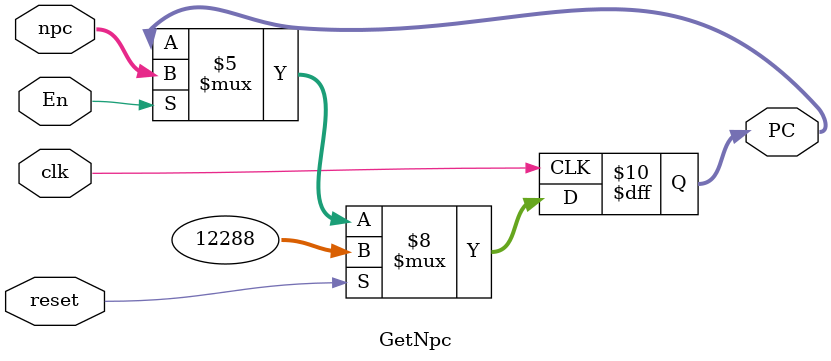
<source format=v>
`timescale 1ns / 1ps
module GetNpc(npc,reset,clk,En,PC);
	input [31:0]npc;
	input reset,clk,En;
	output reg [31:0] PC ;
	initial PC=32'h00003000;
	
	always@(posedge clk) begin
		if(reset==1) PC<=32'h00003000;
		else if(En==1) begin
			PC<=npc;
		end
	end


endmodule

</source>
